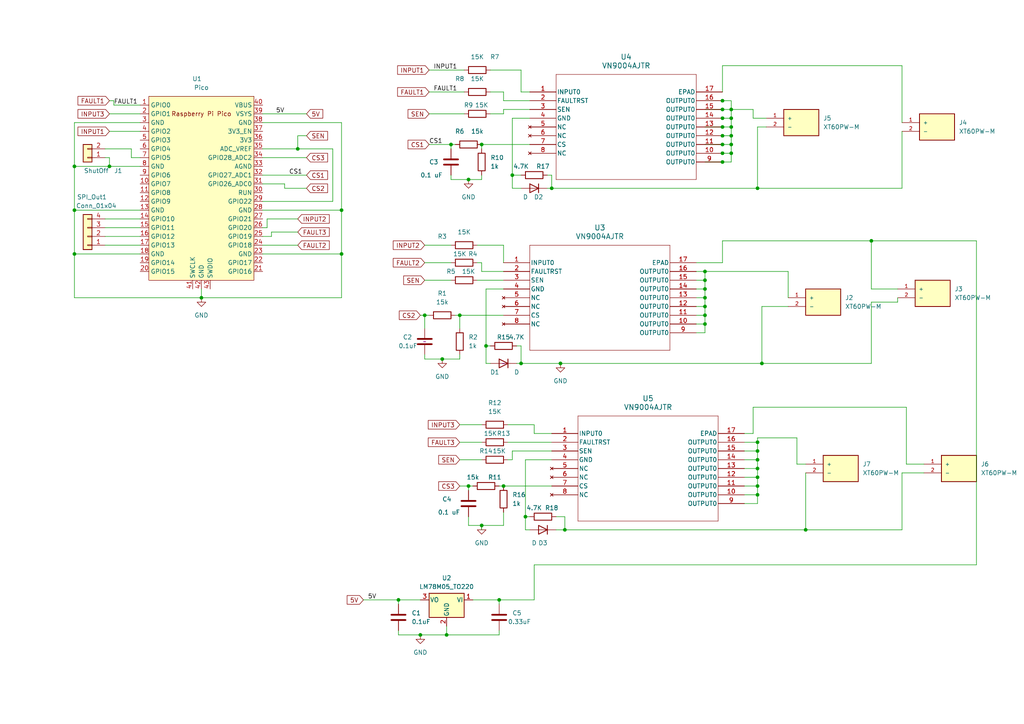
<source format=kicad_sch>
(kicad_sch (version 20230121) (generator eeschema)
  (paper "A4")
  (lib_symbols
    (symbol "Connector_Generic:Conn_01x02" (pin_names (offset 1.016) hide)
      (property "Reference" "J" (at 0 2.54 0))
      (property "Value" "Conn_01x02" (at 0 -5.08 0))
      (symbol "Conn_01x02_1_1"
        (rectangle (start -1.27 -2.413) (end 0 -2.667) (stroke (width 0.1524)))
        (rectangle (start -1.27 0.127) (end 0 -0.127) (stroke (width 0.1524)))
        (rectangle (start -1.27 1.27) (end 1.27 -3.81) (stroke (width 0.254)) (fill (type background)))
        (pin passive line (at -5.08 0 0) (length 3.81) (name "Pin_1") (number "1"))
        (pin passive line (at -5.08 -2.54 0) (length 3.81) (name "Pin_2") (number "2"))
      )
    )
    (symbol "Connector_Generic:Conn_01x04" (pin_names (offset 1.016) hide)
      (property "Reference" "J" (at 0 5.08 0))
      (property "Value" "Conn_01x04" (at 0 -7.62 0))
      (symbol "Conn_01x04_1_1"
        (rectangle (start -1.27 -4.953) (end 0 -5.207) (stroke (width 0.1524)))
        (rectangle (start -1.27 -2.413) (end 0 -2.667) (stroke (width 0.1524)))
        (rectangle (start -1.27 0.127) (end 0 -0.127) (stroke (width 0.1524)))
        (rectangle (start -1.27 2.667) (end 0 2.413) (stroke (width 0.1524)))
        (rectangle (start -1.27 3.81) (end 1.27 -6.35) (stroke (width 0.254)) (fill (type background)))
        (pin passive line (at -5.08 2.54 0) (length 3.81) (name "Pin_1") (number "1"))
        (pin passive line (at -5.08 0 0) (length 3.81) (name "Pin_2") (number "2"))
        (pin passive line (at -5.08 -2.54 0) (length 3.81) (name "Pin_3") (number "3"))
        (pin passive line (at -5.08 -5.08 0) (length 3.81) (name "Pin_4") (number "4"))
      )
    )
    (symbol "Device:C" (pin_numbers hide) (pin_names (offset 0.254))
      (property "Reference" "C" (at 0.635 2.54 0))
      (property "Value" "C" (at 0.635 -2.54 0))
      (symbol "C_0_1"
        (polyline (pts (xy -2.032 -0.762) (xy 2.032 -0.762)) (stroke (width 0.508)))
        (polyline (pts (xy -2.032 0.762) (xy 2.032 0.762)) (stroke (width 0.508)))
      )
      (symbol "C_1_1"
        (pin passive line (at 0 3.81 270) (length 2.794) (name "~") (number "1"))
        (pin passive line (at 0 -3.81 90) (length 2.794) (name "~") (number "2"))
      )
    )
    (symbol "Device:D" (pin_numbers hide) (pin_names (offset 1.016) hide)
      (property "Reference" "D" (at 0 2.54 0))
      (property "Value" "D" (at 0 -2.54 0))
      (symbol "D_0_1"
        (polyline (pts (xy -1.27 1.27) (xy -1.27 -1.27)) (stroke (width 0.254)))
        (polyline (pts (xy 1.27 0) (xy -1.27 0)))
        (polyline (pts (xy 1.27 1.27) (xy 1.27 -1.27) (xy -1.27 0) (xy 1.27 1.27)) (stroke (width 0.254)))
      )
      (symbol "D_1_1"
        (pin passive line (at -3.81 0 0) (length 2.54) (name "K") (number "1"))
        (pin passive line (at 3.81 0 180) (length 2.54) (name "A") (number "2"))
      )
    )
    (symbol "Device:R" (pin_numbers hide) (pin_names (offset 0))
      (property "Reference" "R" (at 2.032 0 90))
      (property "Value" "R" (at 0 0 90))
      (symbol "R_0_1"
        (rectangle (start -1.016 -2.54) (end 1.016 2.54) (stroke (width 0.254)))
      )
      (symbol "R_1_1"
        (pin passive line (at 0 3.81 270) (length 1.27) (name "~") (number "1"))
        (pin passive line (at 0 -3.81 90) (length 1.27) (name "~") (number "2"))
      )
    )
    (symbol "Load Cell:VN9004AJTR" (pin_names (offset 0.254))
      (property "Reference" "U" (at 27.94 10.16 0))
      (property "Value" "VN9004AJTR" (at 27.94 7.62 0))
      (symbol "VN9004AJTR_1_1"
        (polyline (pts (xy 7.62 -25.4) (xy 48.26 -25.4)) (stroke (width 0.127)))
        (polyline (pts (xy 7.62 5.08) (xy 7.62 -25.4)) (stroke (width 0.127)))
        (polyline (pts (xy 48.26 -25.4) (xy 48.26 5.08)) (stroke (width 0.127)))
        (polyline (pts (xy 48.26 5.08) (xy 7.62 5.08)) (stroke (width 0.127)))
        (pin input line (at 0 0 0) (length 7.62) (name "INPUT0") (number "1"))
        (pin output line (at 55.88 -17.78 180) (length 7.62) (name "OUTPUT0") (number "10"))
        (pin output line (at 55.88 -15.24 180) (length 7.62) (name "OUTPUT0") (number "11"))
        (pin output line (at 55.88 -12.7 180) (length 7.62) (name "OUTPUT0") (number "12"))
        (pin output line (at 55.88 -10.16 180) (length 7.62) (name "OUTPUT0") (number "13"))
        (pin output line (at 55.88 -7.62 180) (length 7.62) (name "OUTPUT0") (number "14"))
        (pin output line (at 55.88 -5.08 180) (length 7.62) (name "OUTPUT0") (number "15"))
        (pin output line (at 55.88 -2.54 180) (length 7.62) (name "OUTPUT0") (number "16"))
        (pin power_out line (at 55.88 0 180) (length 7.62) (name "EPAD") (number "17"))
        (pin output line (at 0 -2.54 0) (length 7.62) (name "FAULTRST") (number "2"))
        (pin output line (at 0 -5.08 0) (length 7.62) (name "SEN") (number "3"))
        (pin power_out line (at 0 -7.62 0) (length 7.62) (name "GND") (number "4"))
        (pin no_connect line (at 0 -10.16 0) (length 7.62) (name "NC") (number "5"))
        (pin no_connect line (at 0 -12.7 0) (length 7.62) (name "NC") (number "6"))
        (pin output line (at 0 -15.24 0) (length 7.62) (name "CS") (number "7"))
        (pin no_connect line (at 0 -17.78 0) (length 7.62) (name "NC") (number "8"))
        (pin output line (at 55.88 -20.32 180) (length 7.62) (name "OUTPUT0") (number "9"))
      )
    )
    (symbol "Pico:Pico"
      (property "Reference" "U" (at -13.97 27.94 0))
      (property "Value" "Pico" (at 0 19.05 0))
      (symbol "Pico_0_0"
        (text "Raspberry Pi Pico" (at 0 21.59 0) (effects (font (size 1.27 1.27))))
      )
      (symbol "Pico_0_1"
        (rectangle (start -15.24 26.67) (end 15.24 -26.67) (fill (type background)))
      )
      (symbol "Pico_1_1"
        (pin bidirectional line (at -17.78 24.13 0) (length 2.54) (name "GPIO0") (number "1"))
        (pin bidirectional line (at -17.78 1.27 0) (length 2.54) (name "GPIO7") (number "10"))
        (pin bidirectional line (at -17.78 -1.27 0) (length 2.54) (name "GPIO8") (number "11"))
        (pin bidirectional line (at -17.78 -3.81 0) (length 2.54) (name "GPIO9") (number "12"))
        (pin power_in line (at -17.78 -6.35 0) (length 2.54) (name "GND") (number "13"))
        (pin bidirectional line (at -17.78 -8.89 0) (length 2.54) (name "GPIO10") (number "14"))
        (pin bidirectional line (at -17.78 -11.43 0) (length 2.54) (name "GPIO11") (number "15"))
        (pin bidirectional line (at -17.78 -13.97 0) (length 2.54) (name "GPIO12") (number "16"))
        (pin bidirectional line (at -17.78 -16.51 0) (length 2.54) (name "GPIO13") (number "17"))
        (pin power_in line (at -17.78 -19.05 0) (length 2.54) (name "GND") (number "18"))
        (pin bidirectional line (at -17.78 -21.59 0) (length 2.54) (name "GPIO14") (number "19"))
        (pin bidirectional line (at -17.78 21.59 0) (length 2.54) (name "GPIO1") (number "2"))
        (pin bidirectional line (at -17.78 -24.13 0) (length 2.54) (name "GPIO15") (number "20"))
        (pin bidirectional line (at 17.78 -24.13 180) (length 2.54) (name "GPIO16") (number "21"))
        (pin bidirectional line (at 17.78 -21.59 180) (length 2.54) (name "GPIO17") (number "22"))
        (pin power_in line (at 17.78 -19.05 180) (length 2.54) (name "GND") (number "23"))
        (pin bidirectional line (at 17.78 -16.51 180) (length 2.54) (name "GPIO18") (number "24"))
        (pin bidirectional line (at 17.78 -13.97 180) (length 2.54) (name "GPIO19") (number "25"))
        (pin bidirectional line (at 17.78 -11.43 180) (length 2.54) (name "GPIO20") (number "26"))
        (pin bidirectional line (at 17.78 -8.89 180) (length 2.54) (name "GPIO21") (number "27"))
        (pin power_in line (at 17.78 -6.35 180) (length 2.54) (name "GND") (number "28"))
        (pin bidirectional line (at 17.78 -3.81 180) (length 2.54) (name "GPIO22") (number "29"))
        (pin power_in line (at -17.78 19.05 0) (length 2.54) (name "GND") (number "3"))
        (pin input line (at 17.78 -1.27 180) (length 2.54) (name "RUN") (number "30"))
        (pin bidirectional line (at 17.78 1.27 180) (length 2.54) (name "GPIO26_ADC0") (number "31"))
        (pin bidirectional line (at 17.78 3.81 180) (length 2.54) (name "GPIO27_ADC1") (number "32"))
        (pin power_in line (at 17.78 6.35 180) (length 2.54) (name "AGND") (number "33"))
        (pin bidirectional line (at 17.78 8.89 180) (length 2.54) (name "GPIO28_ADC2") (number "34"))
        (pin power_in line (at 17.78 11.43 180) (length 2.54) (name "ADC_VREF") (number "35"))
        (pin power_in line (at 17.78 13.97 180) (length 2.54) (name "3V3") (number "36"))
        (pin input line (at 17.78 16.51 180) (length 2.54) (name "3V3_EN") (number "37"))
        (pin bidirectional line (at 17.78 19.05 180) (length 2.54) (name "GND") (number "38"))
        (pin power_in line (at 17.78 21.59 180) (length 2.54) (name "VSYS") (number "39"))
        (pin bidirectional line (at -17.78 16.51 0) (length 2.54) (name "GPIO2") (number "4"))
        (pin power_in line (at 17.78 24.13 180) (length 2.54) (name "VBUS") (number "40"))
        (pin input line (at -2.54 -29.21 90) (length 2.54) (name "SWCLK") (number "41"))
        (pin power_in line (at 0 -29.21 90) (length 2.54) (name "GND") (number "42"))
        (pin bidirectional line (at 2.54 -29.21 90) (length 2.54) (name "SWDIO") (number "43"))
        (pin bidirectional line (at -17.78 13.97 0) (length 2.54) (name "GPIO3") (number "5"))
        (pin bidirectional line (at -17.78 11.43 0) (length 2.54) (name "GPIO4") (number "6"))
        (pin bidirectional line (at -17.78 8.89 0) (length 2.54) (name "GPIO5") (number "7"))
        (pin power_in line (at -17.78 6.35 0) (length 2.54) (name "GND") (number "8"))
        (pin bidirectional line (at -17.78 3.81 0) (length 2.54) (name "GPIO6") (number "9"))
      )
    )
    (symbol "Regulator_Linear:LM78M05_TO220" (pin_names (offset 0.254))
      (property "Reference" "U" (at -3.81 3.175 0))
      (property "Value" "LM78M05_TO220" (at 0 3.175 0))
      (symbol "LM78M05_TO220_0_1"
        (rectangle (start -5.08 1.905) (end 5.08 -5.08) (stroke (width 0.254)) (fill (type background)))
      )
      (symbol "LM78M05_TO220_1_1"
        (pin power_in line (at -7.62 0 0) (length 2.54) (name "VI") (number "1"))
        (pin power_in line (at 0 -7.62 90) (length 2.54) (name "GND") (number "2"))
        (pin power_out line (at 7.62 0 180) (length 2.54) (name "VO") (number "3"))
      )
    )
    (symbol "power:GND" (power) (pin_names (offset 0))
      (property "Value" "GND" (at 0 -3.81 0))
      (symbol "GND_0_1"
        (polyline (pts (xy 0 0) (xy 0 -1.27) (xy 1.27 -1.27) (xy 0 -2.54) (xy -1.27 -1.27) (xy 0 -1.27)))
      )
      (symbol "GND_1_1"
        (pin power_in line (at 0 0 270) (length 0) hide (name "GND") (number "1"))
      )
    )
    (symbol "xt60m:XT60PW-M" (pin_names (offset 1.016))
      (property "Reference" "J" (at -5.08 5.7234 0))
      (property "Value" "XT60PW-M" (at -5.08 -5.0923 0))
      (symbol "XT60PW-M_0_0"
        (rectangle (start -5.08 -2.54) (end 5.08 5.08) (stroke (width 0.254)) (fill (type background)))
        (pin passive line (at -10.16 2.54 0) (length 5.08) (name "+") (number "1"))
        (pin passive line (at -10.16 0 0) (length 5.08) (name "-") (number "2"))
      )
    )
  )
  (junction (at 219.71 143.51))
  (junction (at 135.89 52.07))
  (junction (at 212.09 34.29))
  (junction (at 140.97 100.33))
  (junction (at 144.78 173.99))
  (junction (at 151.13 105.41))
  (junction (at 123.19 91.44))
  (junction (at 209.55 39.37))
  (junction (at 212.09 41.91))
  (junction (at 139.7 41.91))
  (junction (at 204.47 83.82))
  (junction (at 252.73 69.85))
  (junction (at 133.35 91.44))
  (junction (at 139.7 152.4))
  (junction (at 212.09 31.75))
  (junction (at 219.71 133.35))
  (junction (at 163.83 153.67))
  (junction (at 209.55 31.75))
  (junction (at 31.75 48.26))
  (junction (at 148.59 50.8))
  (junction (at 135.89 140.97))
  (junction (at 99.06 60.96))
  (junction (at 58.42 86.36))
  (junction (at 204.47 91.44))
  (junction (at 219.71 138.43))
  (junction (at 219.71 54.61))
  (junction (at 209.55 29.21))
  (junction (at 86.36 43.18))
  (junction (at 209.55 46.99))
  (junction (at 115.57 173.99))
  (junction (at 204.47 93.98))
  (junction (at 21.59 73.66))
  (junction (at 209.55 34.29))
  (junction (at 219.71 135.89))
  (junction (at 160.02 54.61))
  (junction (at 129.54 184.15))
  (junction (at 219.71 140.97))
  (junction (at 21.59 48.26))
  (junction (at 233.68 153.67))
  (junction (at 209.55 41.91))
  (junction (at 152.4 149.86))
  (junction (at 121.92 184.15))
  (junction (at 99.06 73.66))
  (junction (at 212.09 39.37))
  (junction (at 21.59 60.96))
  (junction (at 204.47 81.28))
  (junction (at 128.27 104.14))
  (junction (at 209.55 36.83))
  (junction (at 220.98 105.41))
  (junction (at 212.09 44.45))
  (junction (at 204.47 78.74))
  (junction (at 204.47 88.9))
  (junction (at 162.56 105.41))
  (junction (at 146.05 140.97))
  (junction (at 219.71 128.27))
  (junction (at 204.47 86.36))
  (junction (at 130.81 41.91))
  (junction (at 219.71 130.81))
  (junction (at 212.09 36.83))
  (junction (at 209.55 44.45))
  (wire (pts (xy 76.2 45.72) (xy 88.9 45.72)))
  (wire (pts (xy 212.09 31.75) (xy 218.44 31.75)))
  (wire (pts (xy 140.97 100.33) (xy 140.97 105.41)))
  (wire (pts (xy 146.05 33.02) (xy 146.05 31.75)))
  (wire (pts (xy 77.47 66.04) (xy 76.2 66.04)))
  (wire (pts (xy 201.93 83.82) (xy 204.47 83.82)))
  (wire (pts (xy 215.9 135.89) (xy 219.71 135.89)))
  (wire (pts (xy 201.93 88.9) (xy 204.47 88.9)))
  (wire (pts (xy 215.9 138.43) (xy 219.71 138.43)))
  (wire (pts (xy 76.2 43.18) (xy 86.36 43.18)))
  (wire (pts (xy 163.83 149.86) (xy 163.83 153.67)))
  (wire (pts (xy 99.06 35.56) (xy 99.06 60.96)))
  (wire (pts (xy 204.47 34.29) (xy 209.55 34.29)))
  (wire (pts (xy 204.47 93.98) (xy 204.47 96.52)))
  (wire (pts (xy 219.71 36.83) (xy 219.71 54.61)))
  (wire (pts (xy 130.81 52.07) (xy 130.81 50.8)))
  (wire (pts (xy 140.97 100.33) (xy 142.24 100.33)))
  (wire (pts (xy 231.14 127) (xy 231.14 134.62)))
  (wire (pts (xy 161.29 149.86) (xy 163.83 149.86)))
  (wire (pts (xy 209.55 19.05) (xy 261.62 19.05)))
  (wire (pts (xy 135.89 152.4) (xy 139.7 152.4)))
  (wire (pts (xy 209.55 69.85) (xy 209.55 76.2)))
  (wire (pts (xy 260.35 87.63) (xy 260.35 86.36)))
  (wire (pts (xy 105.41 173.99) (xy 115.57 173.99)))
  (wire (pts (xy 204.47 41.91) (xy 209.55 41.91)))
  (wire (pts (xy 218.44 34.29) (xy 222.25 34.29)))
  (wire (pts (xy 153.67 34.29) (xy 148.59 34.29)))
  (wire (pts (xy 215.9 140.97) (xy 219.71 140.97)))
  (wire (pts (xy 219.71 143.51) (xy 219.71 146.05)))
  (wire (pts (xy 148.59 133.35) (xy 148.59 130.81)))
  (wire (pts (xy 209.55 41.91) (xy 212.09 41.91)))
  (wire (pts (xy 124.46 26.67) (xy 134.62 26.67)))
  (wire (pts (xy 160.02 54.61) (xy 160.02 50.8)))
  (wire (pts (xy 261.62 137.16) (xy 267.97 137.16)))
  (wire (pts (xy 38.1 45.72) (xy 40.64 45.72)))
  (wire (pts (xy 137.16 140.97) (xy 135.89 140.97)))
  (wire (pts (xy 153.67 149.86) (xy 152.4 149.86)))
  (wire (pts (xy 148.59 50.8) (xy 148.59 54.61)))
  (wire (pts (xy 220.98 88.9) (xy 220.98 105.41)))
  (wire (pts (xy 31.75 38.1) (xy 40.64 38.1)))
  (wire (pts (xy 209.55 36.83) (xy 212.09 36.83)))
  (wire (pts (xy 129.54 184.15) (xy 144.78 184.15)))
  (wire (pts (xy 209.55 26.67) (xy 209.55 19.05)))
  (wire (pts (xy 146.05 140.97) (xy 160.02 140.97)))
  (wire (pts (xy 144.78 182.88) (xy 144.78 184.15)))
  (wire (pts (xy 139.7 128.27) (xy 133.35 128.27)))
  (wire (pts (xy 123.19 102.87) (xy 123.19 104.14)))
  (wire (pts (xy 139.7 43.18) (xy 139.7 41.91)))
  (wire (pts (xy 130.81 76.2) (xy 123.19 76.2)))
  (wire (pts (xy 219.71 143.51) (xy 219.71 140.97)))
  (wire (pts (xy 78.74 68.58) (xy 76.2 68.58)))
  (wire (pts (xy 201.93 76.2) (xy 209.55 76.2)))
  (wire (pts (xy 115.57 182.88) (xy 115.57 184.15)))
  (wire (pts (xy 220.98 88.9) (xy 228.6 88.9)))
  (wire (pts (xy 21.59 48.26) (xy 21.59 60.96)))
  (wire (pts (xy 204.47 78.74) (xy 204.47 81.28)))
  (wire (pts (xy 212.09 29.21) (xy 212.09 31.75)))
  (wire (pts (xy 233.68 137.16) (xy 233.68 153.67)))
  (wire (pts (xy 261.62 137.16) (xy 261.62 153.67)))
  (wire (pts (xy 152.4 133.35) (xy 160.02 133.35)))
  (wire (pts (xy 154.94 173.99) (xy 154.94 163.83)))
  (wire (pts (xy 133.35 91.44) (xy 146.05 91.44)))
  (wire (pts (xy 123.19 95.25) (xy 123.19 91.44)))
  (wire (pts (xy 149.86 105.41) (xy 151.13 105.41)))
  (wire (pts (xy 144.78 173.99) (xy 154.94 173.99)))
  (wire (pts (xy 21.59 86.36) (xy 58.42 86.36)))
  (wire (pts (xy 139.7 76.2) (xy 139.7 78.74)))
  (wire (pts (xy 31.75 33.02) (xy 40.64 33.02)))
  (wire (pts (xy 261.62 38.1) (xy 261.62 54.61)))
  (wire (pts (xy 219.71 133.35) (xy 219.71 135.89)))
  (wire (pts (xy 124.46 33.02) (xy 134.62 33.02)))
  (wire (pts (xy 233.68 134.62) (xy 231.14 134.62)))
  (wire (pts (xy 130.81 41.91) (xy 130.81 43.18)))
  (wire (pts (xy 212.09 31.75) (xy 212.09 34.29)))
  (wire (pts (xy 99.06 73.66) (xy 99.06 86.36)))
  (wire (pts (xy 30.48 45.72) (xy 31.75 45.72)))
  (wire (pts (xy 252.73 87.63) (xy 252.73 105.41)))
  (wire (pts (xy 76.2 60.96) (xy 99.06 60.96)))
  (wire (pts (xy 38.1 43.18) (xy 38.1 45.72)))
  (wire (pts (xy 233.68 153.67) (xy 261.62 153.67)))
  (wire (pts (xy 121.92 184.15) (xy 129.54 184.15)))
  (wire (pts (xy 31.75 29.21) (xy 33.02 29.21)))
  (wire (pts (xy 154.94 125.73) (xy 160.02 125.73)))
  (wire (pts (xy 86.36 39.37) (xy 86.36 43.18)))
  (wire (pts (xy 40.64 35.56) (xy 21.59 35.56)))
  (wire (pts (xy 144.78 173.99) (xy 144.78 175.26)))
  (wire (pts (xy 86.36 43.18) (xy 96.52 43.18)))
  (wire (pts (xy 78.74 67.31) (xy 86.36 67.31)))
  (wire (pts (xy 152.4 149.86) (xy 152.4 153.67)))
  (wire (pts (xy 21.59 73.66) (xy 40.64 73.66)))
  (wire (pts (xy 162.56 105.41) (xy 220.98 105.41)))
  (wire (pts (xy 209.55 44.45) (xy 212.09 44.45)))
  (wire (pts (xy 33.02 30.48) (xy 40.64 30.48)))
  (wire (pts (xy 201.93 93.98) (xy 204.47 93.98)))
  (wire (pts (xy 148.59 130.81) (xy 160.02 130.81)))
  (wire (pts (xy 160.02 54.61) (xy 219.71 54.61)))
  (wire (pts (xy 201.93 78.74) (xy 204.47 78.74)))
  (wire (pts (xy 215.9 143.51) (xy 219.71 143.51)))
  (wire (pts (xy 151.13 100.33) (xy 151.13 105.41)))
  (wire (pts (xy 77.47 63.5) (xy 77.47 66.04)))
  (wire (pts (xy 212.09 46.99) (xy 209.55 46.99)))
  (wire (pts (xy 82.55 53.34) (xy 82.55 54.61)))
  (wire (pts (xy 209.55 29.21) (xy 212.09 29.21)))
  (wire (pts (xy 147.32 128.27) (xy 160.02 128.27)))
  (wire (pts (xy 201.93 86.36) (xy 204.47 86.36)))
  (wire (pts (xy 76.2 58.42) (xy 96.52 58.42)))
  (wire (pts (xy 78.74 67.31) (xy 78.74 68.58)))
  (wire (pts (xy 209.55 39.37) (xy 212.09 39.37)))
  (wire (pts (xy 252.73 69.85) (xy 283.21 69.85)))
  (wire (pts (xy 124.46 41.91) (xy 130.81 41.91)))
  (wire (pts (xy 212.09 44.45) (xy 212.09 46.99)))
  (wire (pts (xy 31.75 48.26) (xy 40.64 48.26)))
  (wire (pts (xy 148.59 34.29) (xy 148.59 50.8)))
  (wire (pts (xy 76.2 33.02) (xy 88.9 33.02)))
  (wire (pts (xy 146.05 26.67) (xy 146.05 29.21)))
  (wire (pts (xy 218.44 118.11) (xy 218.44 125.73)))
  (wire (pts (xy 163.83 153.67) (xy 233.68 153.67)))
  (wire (pts (xy 201.93 81.28) (xy 204.47 81.28)))
  (wire (pts (xy 21.59 60.96) (xy 40.64 60.96)))
  (wire (pts (xy 204.47 86.36) (xy 204.47 88.9)))
  (wire (pts (xy 123.19 104.14) (xy 128.27 104.14)))
  (wire (pts (xy 222.25 36.83) (xy 219.71 36.83)))
  (wire (pts (xy 130.81 81.28) (xy 123.19 81.28)))
  (wire (pts (xy 82.55 54.61) (xy 88.9 54.61)))
  (wire (pts (xy 77.47 63.5) (xy 86.36 63.5)))
  (wire (pts (xy 99.06 35.56) (xy 76.2 35.56)))
  (wire (pts (xy 33.02 29.21) (xy 33.02 30.48)))
  (wire (pts (xy 209.55 69.85) (xy 252.73 69.85)))
  (wire (pts (xy 135.89 152.4) (xy 135.89 149.86)))
  (wire (pts (xy 252.73 69.85) (xy 252.73 83.82)))
  (wire (pts (xy 212.09 36.83) (xy 212.09 39.37)))
  (wire (pts (xy 148.59 50.8) (xy 151.13 50.8)))
  (wire (pts (xy 133.35 102.87) (xy 133.35 104.14)))
  (wire (pts (xy 215.9 128.27) (xy 219.71 128.27)))
  (wire (pts (xy 123.19 71.12) (xy 130.81 71.12)))
  (wire (pts (xy 219.71 127) (xy 219.71 128.27)))
  (wire (pts (xy 152.4 133.35) (xy 152.4 149.86)))
  (wire (pts (xy 142.24 26.67) (xy 146.05 26.67)))
  (wire (pts (xy 140.97 83.82) (xy 140.97 100.33)))
  (wire (pts (xy 88.9 39.37) (xy 86.36 39.37)))
  (wire (pts (xy 209.55 34.29) (xy 212.09 34.29)))
  (wire (pts (xy 204.47 93.98) (xy 204.47 91.44)))
  (wire (pts (xy 31.75 45.72) (xy 31.75 48.26)))
  (wire (pts (xy 30.48 63.5) (xy 40.64 63.5)))
  (wire (pts (xy 215.9 133.35) (xy 219.71 133.35)))
  (wire (pts (xy 142.24 33.02) (xy 146.05 33.02)))
  (wire (pts (xy 135.89 52.07) (xy 139.7 52.07)))
  (wire (pts (xy 204.47 31.75) (xy 209.55 31.75)))
  (wire (pts (xy 115.57 184.15) (xy 121.92 184.15)))
  (wire (pts (xy 204.47 29.21) (xy 209.55 29.21)))
  (wire (pts (xy 132.08 41.91) (xy 130.81 41.91)))
  (wire (pts (xy 135.89 142.24) (xy 135.89 140.97)))
  (wire (pts (xy 204.47 83.82) (xy 204.47 86.36)))
  (wire (pts (xy 133.35 95.25) (xy 133.35 91.44)))
  (wire (pts (xy 219.71 140.97) (xy 219.71 138.43)))
  (wire (pts (xy 146.05 29.21) (xy 153.67 29.21)))
  (wire (pts (xy 219.71 146.05) (xy 215.9 146.05)))
  (wire (pts (xy 76.2 71.12) (xy 86.36 71.12)))
  (wire (pts (xy 121.92 91.44) (xy 123.19 91.44)))
  (wire (pts (xy 149.86 100.33) (xy 151.13 100.33)))
  (wire (pts (xy 140.97 105.41) (xy 142.24 105.41)))
  (wire (pts (xy 21.59 35.56) (xy 21.59 48.26)))
  (wire (pts (xy 146.05 152.4) (xy 146.05 148.59)))
  (wire (pts (xy 218.44 118.11) (xy 262.89 118.11)))
  (wire (pts (xy 204.47 39.37) (xy 209.55 39.37)))
  (wire (pts (xy 158.75 54.61) (xy 160.02 54.61)))
  (wire (pts (xy 76.2 50.8) (xy 88.9 50.8)))
  (wire (pts (xy 96.52 58.42) (xy 96.52 43.18)))
  (wire (pts (xy 147.32 123.19) (xy 154.94 123.19)))
  (wire (pts (xy 76.2 73.66) (xy 99.06 73.66)))
  (wire (pts (xy 133.35 133.35) (xy 139.7 133.35)))
  (wire (pts (xy 158.75 50.8) (xy 160.02 50.8)))
  (wire (pts (xy 252.73 83.82) (xy 260.35 83.82)))
  (wire (pts (xy 212.09 44.45) (xy 212.09 41.91)))
  (wire (pts (xy 219.71 127) (xy 231.14 127)))
  (wire (pts (xy 204.47 46.99) (xy 209.55 46.99)))
  (wire (pts (xy 215.9 125.73) (xy 218.44 125.73)))
  (wire (pts (xy 146.05 81.28) (xy 138.43 81.28)))
  (wire (pts (xy 163.83 153.67) (xy 161.29 153.67)))
  (wire (pts (xy 151.13 26.67) (xy 153.67 26.67)))
  (wire (pts (xy 204.47 36.83) (xy 209.55 36.83)))
  (wire (pts (xy 146.05 140.97) (xy 144.78 140.97)))
  (wire (pts (xy 21.59 60.96) (xy 21.59 73.66)))
  (wire (pts (xy 144.78 173.99) (xy 137.16 173.99)))
  (wire (pts (xy 204.47 81.28) (xy 204.47 83.82)))
  (wire (pts (xy 215.9 130.81) (xy 219.71 130.81)))
  (wire (pts (xy 204.47 91.44) (xy 204.47 88.9)))
  (wire (pts (xy 212.09 34.29) (xy 212.09 36.83)))
  (wire (pts (xy 151.13 20.32) (xy 151.13 26.67)))
  (wire (pts (xy 139.7 76.2) (xy 138.43 76.2)))
  (wire (pts (xy 30.48 71.12) (xy 40.64 71.12)))
  (wire (pts (xy 139.7 52.07) (xy 139.7 50.8)))
  (wire (pts (xy 133.35 140.97) (xy 135.89 140.97)))
  (wire (pts (xy 151.13 105.41) (xy 162.56 105.41)))
  (wire (pts (xy 133.35 104.14) (xy 128.27 104.14)))
  (wire (pts (xy 261.62 19.05) (xy 261.62 35.56)))
  (wire (pts (xy 30.48 43.18) (xy 38.1 43.18)))
  (wire (pts (xy 30.48 66.04) (xy 40.64 66.04)))
  (wire (pts (xy 21.59 86.36) (xy 21.59 73.66)))
  (wire (pts (xy 219.71 128.27) (xy 219.71 130.81)))
  (wire (pts (xy 123.19 91.44) (xy 124.46 91.44)))
  (wire (pts (xy 148.59 54.61) (xy 151.13 54.61)))
  (wire (pts (xy 99.06 60.96) (xy 99.06 73.66)))
  (wire (pts (xy 219.71 130.81) (xy 219.71 133.35)))
  (wire (pts (xy 204.47 78.74) (xy 228.6 78.74)))
  (wire (pts (xy 154.94 123.19) (xy 154.94 125.73)))
  (wire (pts (xy 146.05 71.12) (xy 146.05 76.2)))
  (wire (pts (xy 139.7 78.74) (xy 146.05 78.74)))
  (wire (pts (xy 58.42 83.82) (xy 58.42 86.36)))
  (wire (pts (xy 115.57 173.99) (xy 115.57 175.26)))
  (wire (pts (xy 146.05 31.75) (xy 153.67 31.75)))
  (wire (pts (xy 124.46 20.32) (xy 134.62 20.32)))
  (wire (pts (xy 133.35 123.19) (xy 139.7 123.19)))
  (wire (pts (xy 204.47 44.45) (xy 209.55 44.45)))
  (wire (pts (xy 132.08 91.44) (xy 133.35 91.44)))
  (wire (pts (xy 154.94 163.83) (xy 283.21 163.83)))
  (wire (pts (xy 139.7 152.4) (xy 146.05 152.4)))
  (wire (pts (xy 228.6 78.74) (xy 228.6 86.36)))
  (wire (pts (xy 129.54 181.61) (xy 129.54 184.15)))
  (wire (pts (xy 204.47 96.52) (xy 201.93 96.52)))
  (wire (pts (xy 147.32 133.35) (xy 148.59 133.35)))
  (wire (pts (xy 58.42 86.36) (xy 99.06 86.36)))
  (wire (pts (xy 30.48 68.58) (xy 40.64 68.58)))
  (wire (pts (xy 130.81 52.07) (xy 135.89 52.07)))
  (wire (pts (xy 138.43 71.12) (xy 146.05 71.12)))
  (wire (pts (xy 201.93 91.44) (xy 204.47 91.44)))
  (wire (pts (xy 115.57 173.99) (xy 121.92 173.99)))
  (wire (pts (xy 76.2 53.34) (xy 82.55 53.34)))
  (wire (pts (xy 21.59 48.26) (xy 31.75 48.26)))
  (wire (pts (xy 267.97 134.62) (xy 262.89 134.62)))
  (wire (pts (xy 146.05 83.82) (xy 140.97 83.82)))
  (wire (pts (xy 212.09 41.91) (xy 212.09 39.37)))
  (wire (pts (xy 220.98 105.41) (xy 252.73 105.41)))
  (wire (pts (xy 218.44 31.75) (xy 218.44 34.29)))
  (wire (pts (xy 139.7 153.67) (xy 139.7 152.4)))
  (wire (pts (xy 139.7 41.91) (xy 153.67 41.91)))
  (wire (pts (xy 152.4 153.67) (xy 153.67 153.67)))
  (wire (pts (xy 151.13 20.32) (xy 142.24 20.32)))
  (wire (pts (xy 252.73 87.63) (xy 260.35 87.63)))
  (wire (pts (xy 283.21 163.83) (xy 283.21 69.85)))
  (wire (pts (xy 262.89 134.62) (xy 262.89 118.11)))
  (wire (pts (xy 209.55 31.75) (xy 212.09 31.75)))
  (wire (pts (xy 219.71 54.61) (xy 261.62 54.61)))
  (wire (pts (xy 219.71 135.89) (xy 219.71 138.43)))
  (label "5V" (at 106.68 173.99 0))
  (label "5V" (at 80.01 33.02 0))
  (label "FAULT1" (at 33.02 30.48 0))
  (label "INPUT1" (at 125.73 20.32 0))
  (label "FAULT1" (at 125.73 26.67 0))
  (label "CS1" (at 83.82 50.8 0))
  (label "CS1" (at 124.46 41.91 0))
  (global_label "INPUT2" (shape input) (at 123.19 71.12 180) (property "Intersheetrefs" "${INTERSHEET_REFS}" (effects hide)))
  (global_label "INPUT1" (shape input) (at 124.46 20.32 180) (property "Intersheetrefs" "${INTERSHEET_REFS}" (effects hide)))
  (global_label "SEN" (shape input) (at 124.46 33.02 180) (property "Intersheetrefs" "${INTERSHEET_REFS}" (effects hide)))
  (global_label "CS3" (shape input) (at 133.35 140.97 180) (property "Intersheetrefs" "${INTERSHEET_REFS}" (effects hide)))
  (global_label "FAULT2" (shape input) (at 123.19 76.2 180) (property "Intersheetrefs" "${INTERSHEET_REFS}" (effects hide)))
  (global_label "FAULT3" (shape input) (at 86.36 67.31 0) (property "Intersheetrefs" "${INTERSHEET_REFS}" (effects hide)))
  (global_label "SEN" (shape input) (at 123.19 81.28 180) (property "Intersheetrefs" "${INTERSHEET_REFS}" (effects hide)))
  (global_label "SEN" (shape input) (at 88.9 39.37 0) (property "Intersheetrefs" "${INTERSHEET_REFS}" (effects hide)))
  (global_label "INPUT1" (shape input) (at 31.75 38.1 180) (property "Intersheetrefs" "${INTERSHEET_REFS}" (effects hide)))
  (global_label "INPUT3" (shape input) (at 31.75 33.02 180) (property "Intersheetrefs" "${INTERSHEET_REFS}" (effects hide)))
  (global_label "5V" (shape input) (at 88.9 33.02 0) (property "Intersheetrefs" "${INTERSHEET_REFS}" (effects hide)))
  (global_label "CS3" (shape input) (at 88.9 45.72 0) (property "Intersheetrefs" "${INTERSHEET_REFS}" (effects hide)))
  (global_label "CS2" (shape input) (at 88.9 54.61 0) (property "Intersheetrefs" "${INTERSHEET_REFS}" (effects hide)))
  (global_label "CS2" (shape input) (at 121.92 91.44 180) (property "Intersheetrefs" "${INTERSHEET_REFS}" (effects hide)))
  (global_label "CS1" (shape input) (at 88.9 50.8 0) (property "Intersheetrefs" "${INTERSHEET_REFS}" (effects hide)))
  (global_label "INPUT2" (shape input) (at 86.36 63.5 0) (property "Intersheetrefs" "${INTERSHEET_REFS}" (effects hide)))
  (global_label "5V" (shape input) (at 105.41 173.99 180) (property "Intersheetrefs" "${INTERSHEET_REFS}" (effects hide)))
  (global_label "FAULT1" (shape input) (at 124.46 26.67 180) (property "Intersheetrefs" "${INTERSHEET_REFS}" (effects hide)))
  (global_label "SEN" (shape input) (at 133.35 133.35 180) (property "Intersheetrefs" "${INTERSHEET_REFS}" (effects hide)))
  (global_label "CS1" (shape input) (at 124.46 41.91 180) (property "Intersheetrefs" "${INTERSHEET_REFS}" (effects hide)))
  (global_label "FAULT1" (shape input) (at 31.75 29.21 180) (property "Intersheetrefs" "${INTERSHEET_REFS}" (effects hide)))
  (global_label "FAULT3" (shape input) (at 133.35 128.27 180) (property "Intersheetrefs" "${INTERSHEET_REFS}" (effects hide)))
  (global_label "INPUT3" (shape input) (at 133.35 123.19 180) (property "Intersheetrefs" "${INTERSHEET_REFS}" (effects hide)))
  (global_label "FAULT2" (shape input) (at 86.36 71.12 0) (property "Intersheetrefs" "${INTERSHEET_REFS}" (effects hide)))
  (symbol (lib_id "Device:R") (at 143.51 128.27 90) (unit 1)
    (property "Reference" "R13" (at 146.05 125.73 90))
    (property "Value" "15K" (at 142.24 125.73 90))
    (property "Footprint" "Resistor_SMD:R_0603_1608Metric_Pad0.98x0.95mm_HandSolder" (effects hide))
  )
  (symbol (lib_id "Device:R") (at 138.43 20.32 90) (unit 1)
    (property "Reference" "R7" (at 143.51 16.51 90))
    (property "Value" "15K" (at 138.43 16.51 90))
    (property "Footprint" "Resistor_SMD:R_0603_1608Metric_Pad0.98x0.95mm_HandSolder" (effects hide))
  )
  (symbol (lib_id "Device:R") (at 128.27 91.44 90) (unit 1)
    (property "Reference" "R1" (at 128.27 85.09 90))
    (property "Value" "15k" (at 128.27 87.63 90))
    (property "Footprint" "Resistor_SMD:R_0603_1608Metric_Pad0.98x0.95mm_HandSolder" (effects hide))
  )
  (symbol (lib_id "power:GND") (at 162.56 105.41 0) (unit 1)
    (property "Reference" "#PWR06" (effects hide))
    (property "Value" "GND" (at 162.56 110.49 0))
  )
  (symbol (lib_id "Device:R") (at 138.43 26.67 90) (unit 1)
    (property "Reference" "R8" (at 133.35 22.86 90))
    (property "Value" "15K" (at 138.43 22.86 90))
    (property "Footprint" "Resistor_SMD:R_0603_1608Metric_Pad0.98x0.95mm_HandSolder" (effects hide))
  )
  (symbol (lib_id "power:GND") (at 135.89 52.07 0) (unit 1)
    (property "Reference" "#PWR04" (effects hide))
    (property "Value" "GND" (at 135.89 57.15 0))
  )
  (symbol (lib_id "Device:C") (at 144.78 179.07 0) (unit 1)
    (property "Reference" "C5" (at 148.59 177.8 0) (effects (justify left)))
    (property "Value" "0.33uF" (at 147.32 180.34 0) (effects (justify left)))
    (property "Footprint" "Capacitor_THT:C_Disc_D5.0mm_W2.5mm_P5.00mm" (effects hide))
  )
  (symbol (lib_id "Load Cell:VN9004AJTR") (at 160.02 125.73 0) (unit 1)
    (property "Reference" "U5" (at 187.96 115.57 0) (effects (font (size 1.524 1.524))))
    (property "Value" "VN9004AJTR" (at 187.96 118.11 0) (effects (font (size 1.524 1.524))))
    (property "Footprint" "LoadCell:POWERSSO16_VN9004_STM-L" (effects hide))
    (property "Datasheet" "VN9004AJTR" (effects hide))
  )
  (symbol (lib_id "xt60m:XT60PW-M") (at 232.41 36.83 0) (unit 1)
    (property "Reference" "J5" (at 238.76 34.29 0) (effects (justify left)))
    (property "Value" "XT60PW-M" (at 238.76 36.83 0) (effects (justify left)))
    (property "Footprint" "Connector_AMASS:AMASS_XT60PW-M_1x02_P7.20mm_Horizontal" (effects hide))
    (property "MF" "AMASS" (effects hide))
    (property "MAXIMUM_PACKAGE_HEIGHT" "8.4 mm" (effects hide))
    (property "Package" "Package" (effects hide))
    (property "Price" "None" (effects hide))
    (property "Check_prices" "https://www.snapeda.com/parts/XT60PW-M/AMASS/view-part/?ref=eda" (effects hide))
    (property "STANDARD" "Manufacturer recommendations" (effects hide))
    (property "PARTREV" "V1.2" (effects hide))
    (property "SnapEDA_Link" "https://www.snapeda.com/parts/XT60PW-M/AMASS/view-part/?ref=snap" (effects hide))
    (property "MP" "XT60PW-M" (effects hide))
    (property "Description" "\n                        \n                            Socket, DC supply, male, PIN: 2\n                        \n" (effects hide))
    (property "Availability" "Not in stock" (effects hide))
    (property "MANUFACTURER" "AMASS" (effects hide))
  )
  (symbol (lib_id "Regulator_Linear:LM78M05_TO220") (at 129.54 173.99 0) (mirror y) (unit 1)
    (property "Reference" "U2" (at 129.54 167.64 0))
    (property "Value" "LM78M05_TO220" (at 129.54 170.18 0))
    (property "Footprint" "Package_TO_SOT_THT:TO-220-3_Vertical" (effects hide))
    (property "Datasheet" "https://www.onsemi.com/pub/Collateral/MC78M00-D.PDF" (effects hide))
  )
  (symbol (lib_id "Device:R") (at 134.62 76.2 90) (unit 1)
    (property "Reference" "R4" (at 137.16 73.66 90))
    (property "Value" "15K" (at 133.35 73.66 90))
    (property "Footprint" "Resistor_SMD:R_0603_1608Metric_Pad0.98x0.95mm_HandSolder" (effects hide))
  )
  (symbol (lib_id "Device:D") (at 154.94 54.61 0) (mirror y) (unit 1)
    (property "Reference" "D2" (at 156.21 57.15 0))
    (property "Value" "D" (at 152.4 57.15 0))
    (property "Footprint" "Diode_THT:D_DO-41_SOD81_P7.62mm_Horizontal" (effects hide))
    (property "Sim.Device" "D" (effects hide))
    (property "Sim.Pins" "1=K 2=A" (effects hide))
  )
  (symbol (lib_id "Device:C") (at 115.57 179.07 0) (unit 1)
    (property "Reference" "C1" (at 119.38 177.8 0) (effects (justify left)))
    (property "Value" "0.1uF" (at 119.38 180.34 0) (effects (justify left)))
    (property "Footprint" "Capacitor_THT:C_Disc_D5.0mm_W2.5mm_P5.00mm" (effects hide))
  )
  (symbol (lib_id "Device:R") (at 135.89 41.91 90) (unit 1)
    (property "Reference" "R6" (at 133.35 38.1 90))
    (property "Value" "15k" (at 138.43 38.1 90))
    (property "Footprint" "Resistor_SMD:R_0603_1608Metric_Pad0.98x0.95mm_HandSolder" (effects hide))
  )
  (symbol (lib_id "xt60m:XT60PW-M") (at 270.51 86.36 0) (unit 1)
    (property "Reference" "J3" (at 276.86 83.82 0) (effects (justify left)))
    (property "Value" "XT60PW-M" (at 276.86 86.36 0) (effects (justify left)))
    (property "Footprint" "Connector_AMASS:AMASS_XT60PW-M_1x02_P7.20mm_Horizontal" (effects hide))
    (property "MF" "AMASS" (effects hide))
    (property "MAXIMUM_PACKAGE_HEIGHT" "8.4 mm" (effects hide))
    (property "Package" "Package" (effects hide))
    (property "Price" "None" (effects hide))
    (property "Check_prices" "https://www.snapeda.com/parts/XT60PW-M/AMASS/view-part/?ref=eda" (effects hide))
    (property "STANDARD" "Manufacturer recommendations" (effects hide))
    (property "PARTREV" "V1.2" (effects hide))
    (property "SnapEDA_Link" "https://www.snapeda.com/parts/XT60PW-M/AMASS/view-part/?ref=snap" (effects hide))
    (property "MP" "XT60PW-M" (effects hide))
    (property "Description" "\n                        \n                            Socket, DC supply, male, PIN: 2\n                        \n" (effects hide))
    (property "Availability" "Not in stock" (effects hide))
    (property "MANUFACTURER" "AMASS" (effects hide))
  )
  (symbol (lib_id "xt60m:XT60PW-M") (at 278.13 137.16 0) (unit 1)
    (property "Reference" "J6" (at 284.48 134.62 0) (effects (justify left)))
    (property "Value" "XT60PW-M" (at 284.48 137.16 0) (effects (justify left)))
    (property "Footprint" "Connector_AMASS:AMASS_XT60PW-M_1x02_P7.20mm_Horizontal" (effects hide))
    (property "MF" "AMASS" (effects hide))
    (property "MAXIMUM_PACKAGE_HEIGHT" "8.4 mm" (effects hide))
    (property "Package" "Package" (effects hide))
    (property "Price" "None" (effects hide))
    (property "Check_prices" "https://www.snapeda.com/parts/XT60PW-M/AMASS/view-part/?ref=eda" (effects hide))
    (property "STANDARD" "Manufacturer recommendations" (effects hide))
    (property "PARTREV" "V1.2" (effects hide))
    (property "SnapEDA_Link" "https://www.snapeda.com/parts/XT60PW-M/AMASS/view-part/?ref=snap" (effects hide))
    (property "MP" "XT60PW-M" (effects hide))
    (property "Description" "\n                        \n                            Socket, DC supply, male, PIN: 2\n                        \n" (effects hide))
    (property "Availability" "Not in stock" (effects hide))
    (property "MANUFACTURER" "AMASS" (effects hide))
  )
  (symbol (lib_id "Device:R") (at 134.62 71.12 90) (unit 1)
    (property "Reference" "R3" (at 128.27 68.58 90))
    (property "Value" "15K" (at 134.62 67.31 90))
    (property "Footprint" "Resistor_SMD:R_0603_1608Metric_Pad0.98x0.95mm_HandSolder" (effects hide))
  )
  (symbol (lib_id "Device:C") (at 130.81 46.99 0) (unit 1)
    (property "Reference" "C3" (at 124.46 46.99 0) (effects (justify left)))
    (property "Value" "0.1 uF" (at 121.92 50.8 0) (effects (justify left)))
    (property "Footprint" "Capacitor_THT:C_Disc_D5.1mm_W3.2mm_P5.00mm" (effects hide))
  )
  (symbol (lib_id "power:GND") (at 121.92 184.15 0) (unit 1)
    (property "Reference" "#PWR02" (effects hide))
    (property "Value" "GND" (at 121.92 189.23 0))
  )
  (symbol (lib_id "Load Cell:VN9004AJTR") (at 153.67 26.67 0) (unit 1)
    (property "Reference" "U4" (at 181.61 16.51 0) (effects (font (size 1.524 1.524))))
    (property "Value" "VN9004AJTR" (at 181.61 19.05 0) (effects (font (size 1.524 1.524))))
    (property "Footprint" "LoadCell:POWERSSO16_VN9004_STM-L" (effects hide))
    (property "Datasheet" "VN9004AJTR" (effects hide))
  )
  (symbol (lib_id "xt60m:XT60PW-M") (at 238.76 88.9 0) (unit 1)
    (property "Reference" "J2" (at 245.11 86.36 0) (effects (justify left)))
    (property "Value" "XT60PW-M" (at 245.11 88.9 0) (effects (justify left)))
    (property "Footprint" "Connector_AMASS:AMASS_XT60PW-M_1x02_P7.20mm_Horizontal" (effects hide))
    (property "MF" "AMASS" (effects hide))
    (property "MAXIMUM_PACKAGE_HEIGHT" "8.4 mm" (effects hide))
    (property "Package" "Package" (effects hide))
    (property "Price" "None" (effects hide))
    (property "Check_prices" "https://www.snapeda.com/parts/XT60PW-M/AMASS/view-part/?ref=eda" (effects hide))
    (property "STANDARD" "Manufacturer recommendations" (effects hide))
    (property "PARTREV" "V1.2" (effects hide))
    (property "SnapEDA_Link" "https://www.snapeda.com/parts/XT60PW-M/AMASS/view-part/?ref=snap" (effects hide))
    (property "MP" "XT60PW-M" (effects hide))
    (property "Description" "\n                        \n                            Socket, DC supply, male, PIN: 2\n                        \n" (effects hide))
    (property "Availability" "Not in stock" (effects hide))
    (property "MANUFACTURER" "AMASS" (effects hide))
  )
  (symbol (lib_id "Device:R") (at 154.94 50.8 90) (unit 1)
    (property "Reference" "R17" (at 157.48 48.26 90))
    (property "Value" "4.7K" (at 151.13 48.26 90))
    (property "Footprint" "Resistor_THT:R_Axial_DIN0207_L6.3mm_D2.5mm_P7.62mm_Horizontal" (effects hide))
  )
  (symbol (lib_id "Device:D") (at 157.48 153.67 0) (mirror y) (unit 1)
    (property "Reference" "D3" (at 157.48 157.48 0))
    (property "Value" "D" (at 154.94 157.48 0))
    (property "Footprint" "Diode_THT:D_DO-41_SOD81_P7.62mm_Horizontal" (effects hide))
    (property "Sim.Device" "D" (effects hide))
    (property "Sim.Pins" "1=K 2=A" (effects hide))
  )
  (symbol (lib_id "xt60m:XT60PW-M") (at 271.78 38.1 0) (unit 1)
    (property "Reference" "J4" (at 278.13 35.56 0) (effects (justify left)))
    (property "Value" "XT60PW-M" (at 278.13 38.1 0) (effects (justify left)))
    (property "Footprint" "Connector_AMASS:AMASS_XT60PW-M_1x02_P7.20mm_Horizontal" (effects hide))
    (property "MF" "AMASS" (effects hide))
    (property "MAXIMUM_PACKAGE_HEIGHT" "8.4 mm" (effects hide))
    (property "Package" "Package" (effects hide))
    (property "Price" "None" (effects hide))
    (property "Check_prices" "https://www.snapeda.com/parts/XT60PW-M/AMASS/view-part/?ref=eda" (effects hide))
    (property "STANDARD" "Manufacturer recommendations" (effects hide))
    (property "PARTREV" "V1.2" (effects hide))
    (property "SnapEDA_Link" "https://www.snapeda.com/parts/XT60PW-M/AMASS/view-part/?ref=snap" (effects hide))
    (property "MP" "XT60PW-M" (effects hide))
    (property "Description" "\n                        \n                            Socket, DC supply, male, PIN: 2\n                        \n" (effects hide))
    (property "Availability" "Not in stock" (effects hide))
    (property "MANUFACTURER" "AMASS" (effects hide))
  )
  (symbol (lib_id "power:GND") (at 128.27 104.14 0) (unit 1)
    (property "Reference" "#PWR03" (effects hide))
    (property "Value" "GND" (at 128.27 109.22 0))
  )
  (symbol (lib_id "Device:R") (at 143.51 133.35 90) (unit 1)
    (property "Reference" "R14" (at 140.97 130.81 90))
    (property "Value" "15K" (at 144.78 130.81 90))
    (property "Footprint" "Resistor_SMD:R_0603_1608Metric_Pad0.98x0.95mm_HandSolder" (effects hide))
  )
  (symbol (lib_id "Device:R") (at 146.05 100.33 90) (unit 1)
    (property "Reference" "R15" (at 146.05 97.79 90))
    (property "Value" "4.7K" (at 149.86 97.79 90))
    (property "Footprint" "Resistor_THT:R_Axial_DIN0207_L6.3mm_D2.5mm_P7.62mm_Horizontal" (effects hide))
  )
  (symbol (lib_id "Device:C") (at 123.19 99.06 0) (unit 1)
    (property "Reference" "C2" (at 116.84 97.79 0) (effects (justify left)))
    (property "Value" "0.1uF" (at 115.57 100.33 0) (effects (justify left)))
    (property "Footprint" "Capacitor_THT:C_Disc_D5.1mm_W3.2mm_P5.00mm" (effects hide))
    (property "Datasheet" "~" (at 123.19 99.06 0))
  )
  (symbol (lib_id "Pico:Pico") (at 58.42 54.61 0) (unit 1)
    (property "Reference" "U1" (at 57.15 22.86 0))
    (property "Value" "Pico" (at 58.42 25.4 0))
    (property "Footprint" "pico:RPi_Pico_SMD_TH" (effects hide))
  )
  (symbol (lib_id "Device:R") (at 139.7 46.99 180) (unit 1)
    (property "Reference" "R10" (at 142.24 45.72 0) (effects (justify right)))
    (property "Value" "1k" (at 142.24 48.26 0) (effects (justify right)))
    (property "Footprint" "Resistor_THT:R_Axial_DIN0207_L6.3mm_D2.5mm_P7.62mm_Horizontal" (effects hide))
  )
  (symbol (lib_id "Load Cell:VN9004AJTR") (at 146.05 76.2 0) (unit 1)
    (property "Reference" "U3" (at 173.99 66.04 0) (effects (font (size 1.524 1.524))))
    (property "Value" "VN9004AJTR" (at 173.99 68.58 0) (effects (font (size 1.524 1.524))))
    (property "Footprint" "LoadCell:POWERSSO16_VN9004_STM-L" (effects hide))
    (property "Datasheet" "VN9004AJTR" (effects hide))
  )
  (symbol (lib_id "Device:C") (at 135.89 146.05 0) (unit 1)
    (property "Reference" "C4" (at 128.27 144.78 0) (effects (justify left)))
    (property "Value" "0.1 uF" (at 127 148.59 0) (effects (justify left)))
    (property "Footprint" "Capacitor_THT:C_Disc_D5.1mm_W3.2mm_P5.00mm" (effects hide))
  )
  (symbol (lib_id "Device:R") (at 133.35 99.06 180) (unit 1)
    (property "Reference" "R2" (at 135.89 97.79 0) (effects (justify right)))
    (property "Value" "1k" (at 135.89 100.33 0) (effects (justify right)))
    (property "Footprint" "Resistor_THT:R_Axial_DIN0207_L6.3mm_D2.5mm_P7.62mm_Horizontal" (effects hide))
  )
  (symbol (lib_id "Device:R") (at 134.62 81.28 90) (unit 1)
    (property "Reference" "R5" (at 130.81 78.74 90))
    (property "Value" "15K" (at 135.89 78.74 90))
    (property "Footprint" "Resistor_SMD:R_0603_1608Metric_Pad0.98x0.95mm_HandSolder" (effects hide))
  )
  (symbol (lib_id "power:GND") (at 139.7 152.4 0) (unit 1)
    (property "Reference" "#PWR05" (effects hide))
    (property "Value" "GND" (at 139.7 157.48 0))
  )
  (symbol (lib_id "Device:D") (at 146.05 105.41 0) (mirror y) (unit 1)
    (property "Reference" "D1" (at 143.51 107.95 0))
    (property "Value" "D" (at 149.86 107.95 0))
    (property "Footprint" "Diode_THT:D_DO-41_SOD81_P7.62mm_Horizontal" (effects hide))
    (property "Datasheet" "~" (at 146.05 105.41 0))
    (property "Sim.Device" "D" (effects hide))
    (property "Sim.Pins" "1=K 2=A" (effects hide))
  )
  (symbol (lib_id "Connector_Generic:Conn_01x04") (at 25.4 68.58 180) (unit 1)
    (property "Reference" "SPI_Out1" (at 26.67 57.15 0))
    (property "Value" "Conn_01x04" (at 27.94 59.69 0))
    (property "Footprint" "Connector_PinHeader_2.54mm:PinHeader_1x04_P2.54mm_Vertical" (effects hide))
  )
  (symbol (lib_id "Device:R") (at 157.48 149.86 90) (unit 1)
    (property "Reference" "R18" (at 160.02 147.32 90))
    (property "Value" "4.7K" (at 154.94 147.32 90))
    (property "Footprint" "Resistor_THT:R_Axial_DIN0207_L6.3mm_D2.5mm_P7.62mm_Horizontal" (effects hide))
  )
  (symbol (lib_id "Connector_Generic:Conn_01x02") (at 25.4 45.72 180) (unit 1)
    (property "Reference" "J1" (at 34.29 49.53 0))
    (property "Value" "ShutOff" (at 27.94 49.53 0))
    (property "Footprint" "Connector_PinHeader_2.54mm:PinHeader_1x02_P2.54mm_Vertical" (effects hide))
  )
  (symbol (lib_id "xt60m:XT60PW-M") (at 243.84 137.16 0) (unit 1)
    (property "Reference" "J7" (at 250.19 134.62 0) (effects (justify left)))
    (property "Value" "XT60PW-M" (at 250.19 137.16 0) (effects (justify left)))
    (property "Footprint" "Connector_AMASS:AMASS_XT60PW-M_1x02_P7.20mm_Horizontal" (effects hide))
    (property "MF" "AMASS" (effects hide))
    (property "MAXIMUM_PACKAGE_HEIGHT" "8.4 mm" (effects hide))
    (property "Package" "Package" (effects hide))
    (property "Price" "None" (effects hide))
    (property "Check_prices" "https://www.snapeda.com/parts/XT60PW-M/AMASS/view-part/?ref=eda" (effects hide))
    (property "STANDARD" "Manufacturer recommendations" (effects hide))
    (property "PARTREV" "V1.2" (effects hide))
    (property "SnapEDA_Link" "https://www.snapeda.com/parts/XT60PW-M/AMASS/view-part/?ref=snap" (effects hide))
    (property "MP" "XT60PW-M" (effects hide))
    (property "Description" "\n                        \n                            Socket, DC supply, male, PIN: 2\n                        \n" (effects hide))
    (property "Availability" "Not in stock" (effects hide))
    (property "MANUFACTURER" "AMASS" (effects hide))
  )
  (symbol (lib_id "Device:R") (at 138.43 33.02 90) (unit 1)
    (property "Reference" "R9" (at 135.89 30.48 90))
    (property "Value" "15K" (at 139.7 30.48 90))
    (property "Footprint" "Resistor_SMD:R_0603_1608Metric_Pad0.98x0.95mm_HandSolder" (effects hide))
  )
  (symbol (lib_id "Device:R") (at 143.51 123.19 90) (unit 1)
    (property "Reference" "R12" (at 143.51 116.84 90))
    (property "Value" "15K" (at 143.51 119.38 90))
    (property "Footprint" "Resistor_SMD:R_0603_1608Metric_Pad0.98x0.95mm_HandSolder" (effects hide))
  )
  (symbol (lib_id "Device:R") (at 140.97 140.97 90) (unit 1)
    (property "Reference" "R11" (at 143.51 138.43 90))
    (property "Value" "15k" (at 137.16 138.43 90))
    (property "Footprint" "Resistor_SMD:R_0603_1608Metric_Pad0.98x0.95mm_HandSolder" (effects hide))
  )
  (symbol (lib_id "Device:R") (at 146.05 144.78 180) (unit 1)
    (property "Reference" "R16" (at 148.59 143.51 0) (effects (justify right)))
    (property "Value" "1k" (at 148.59 146.05 0) (effects (justify right)))
    (property "Footprint" "Resistor_THT:R_Axial_DIN0207_L6.3mm_D2.5mm_P7.62mm_Horizontal" (effects hide))
  )
  (symbol (lib_id "power:GND") (at 58.42 86.36 0) (unit 1)
    (property "Reference" "#PWR01" (effects hide))
    (property "Value" "GND" (at 58.42 91.44 0))
  )
)
</source>
